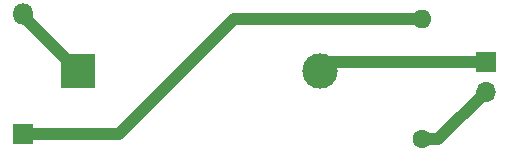
<source format=gbr>
G04 #@! TF.GenerationSoftware,KiCad,Pcbnew,(5.0.1-3-g963ef8bb5)*
G04 #@! TF.CreationDate,2020-10-05T18:58:13+01:00*
G04 #@! TF.ProjectId,CMOS_Battery_Holder,434D4F535F426174746572795F486F6C,rev?*
G04 #@! TF.SameCoordinates,Original*
G04 #@! TF.FileFunction,Copper,L1,Top,Signal*
G04 #@! TF.FilePolarity,Positive*
%FSLAX46Y46*%
G04 Gerber Fmt 4.6, Leading zero omitted, Abs format (unit mm)*
G04 Created by KiCad (PCBNEW (5.0.1-3-g963ef8bb5)) date Monday, 05 October 2020 at 18:58:13*
%MOMM*%
%LPD*%
G01*
G04 APERTURE LIST*
G04 #@! TA.AperFunction,ComponentPad*
%ADD10R,1.800000X1.800000*%
G04 #@! TD*
G04 #@! TA.AperFunction,ComponentPad*
%ADD11O,1.800000X1.800000*%
G04 #@! TD*
G04 #@! TA.AperFunction,ComponentPad*
%ADD12C,1.600000*%
G04 #@! TD*
G04 #@! TA.AperFunction,ComponentPad*
%ADD13O,1.600000X1.600000*%
G04 #@! TD*
G04 #@! TA.AperFunction,ComponentPad*
%ADD14C,3.000000*%
G04 #@! TD*
G04 #@! TA.AperFunction,ComponentPad*
%ADD15R,3.000000X3.000000*%
G04 #@! TD*
G04 #@! TA.AperFunction,ComponentPad*
%ADD16R,1.700000X1.700000*%
G04 #@! TD*
G04 #@! TA.AperFunction,ComponentPad*
%ADD17O,1.700000X1.700000*%
G04 #@! TD*
G04 #@! TA.AperFunction,Conductor*
%ADD18C,1.000000*%
G04 #@! TD*
G04 APERTURE END LIST*
D10*
G04 #@! TO.P,D1,1*
G04 #@! TO.N,/D1toR1*
X133223000Y-97409000D03*
D11*
G04 #@! TO.P,D1,2*
G04 #@! TO.N,/BATtoD1*
X133223000Y-87249000D03*
G04 #@! TD*
D12*
G04 #@! TO.P,R1,1*
G04 #@! TO.N,/Pos*
X167005000Y-97790000D03*
D13*
G04 #@! TO.P,R1,2*
G04 #@! TO.N,/D1toR1*
X167005000Y-87630000D03*
G04 #@! TD*
D14*
G04 #@! TO.P,BT1,2*
G04 #@! TO.N,/Neg*
X158412000Y-92075000D03*
D15*
G04 #@! TO.P,BT1,1*
G04 #@! TO.N,/BATtoD1*
X137922000Y-92075000D03*
G04 #@! TD*
D16*
G04 #@! TO.P,J1,1*
G04 #@! TO.N,/Neg*
X172411564Y-91246185D03*
D17*
G04 #@! TO.P,J1,2*
G04 #@! TO.N,/Pos*
X172411564Y-93786185D03*
G04 #@! TD*
D18*
G04 #@! TO.N,/Neg*
X159240815Y-91246185D02*
X158412000Y-92075000D01*
X172411564Y-91246185D02*
X159240815Y-91246185D01*
G04 #@! TO.N,/Pos*
X168407749Y-97790000D02*
X172411564Y-93786185D01*
X167005000Y-97790000D02*
X168407749Y-97790000D01*
G04 #@! TO.N,/BATtoD1*
X133223000Y-87376000D02*
X137922000Y-92075000D01*
X133223000Y-87249000D02*
X133223000Y-87376000D01*
G04 #@! TO.N,/D1toR1*
X167005000Y-87630000D02*
X151130000Y-87630000D01*
X141351000Y-97409000D02*
X133223000Y-97409000D01*
X151130000Y-87630000D02*
X141351000Y-97409000D01*
G04 #@! TD*
M02*

</source>
